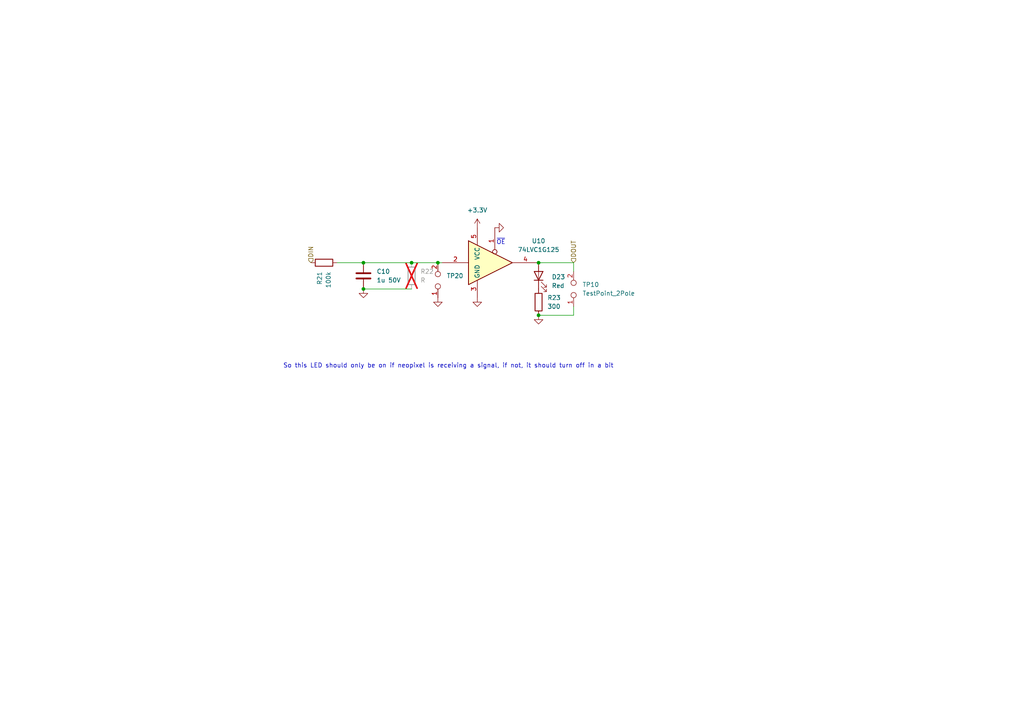
<source format=kicad_sch>
(kicad_sch (version 20231120) (generator "eeschema") (generator_version "8.0")
  (paper "A4")
  (lib_symbols
    (symbol "74xGxx:74LVC1G125"
      (property "Reference" "U" (at -10.16 7.62 0))
      (property "Value" "74LVC1G125" (at 2.54 -7.62 0))
      (symbol "74LVC1G125_0_1"
        (polyline (pts (xy -7.62 6.35) (xy -7.62 -6.35) (xy 5.08 0) (xy -7.62 6.35)) (stroke (width 0.254)) (fill (type background)))
      )
      (symbol "74LVC1G125_1_1"
        (pin input inverted (at 0 10.16 270) (length 7.62) (name "~") (number "1"))
        (pin input line (at -15.24 0 0) (length 7.62) (name "~") (number "2"))
        (pin power_in line (at -5.08 -10.16 90) (length 5.08) (name "GND") (number "3"))
        (pin tri_state line (at 12.7 0 180) (length 7.62) (name "~") (number "4"))
        (pin power_in line (at -5.08 10.16 270) (length 5.08) (name "VCC") (number "5"))
      )
    )
    (symbol "Connector:TestPoint_2Pole" (pin_names (offset 0.762) hide)
      (property "Reference" "TP" (at 0 1.524 0))
      (property "Value" "TestPoint_2Pole" (at 0 -1.778 0))
      (symbol "TestPoint_2Pole_0_1"
        (circle (center -1.778 0) (radius 0.762))
        (circle (center 1.778 0) (radius 0.762))
        (pin passive line (at -5.08 0 0) (length 2.54) (name "1") (number "1"))
        (pin passive line (at 5.08 0 180) (length 2.54) (name "2") (number "2"))
      )
    )
    (symbol "Device:C" (pin_numbers hide) (pin_names (offset 0.254))
      (property "Reference" "C" (at 0.635 2.54 0))
      (property "Value" "C" (at 0.635 -2.54 0))
      (symbol "C_0_1"
        (polyline (pts (xy -2.032 -0.762) (xy 2.032 -0.762)) (stroke (width 0.508)))
        (polyline (pts (xy -2.032 0.762) (xy 2.032 0.762)) (stroke (width 0.508)))
      )
      (symbol "C_1_1"
        (pin passive line (at 0 3.81 270) (length 2.794) (name "~") (number "1"))
        (pin passive line (at 0 -3.81 90) (length 2.794) (name "~") (number "2"))
      )
    )
    (symbol "Device:LED" (pin_numbers hide) (pin_names (offset 1.016) hide)
      (property "Reference" "D" (at 0 2.54 0))
      (property "Value" "LED" (at 0 -2.54 0))
      (symbol "LED_0_1"
        (polyline (pts (xy -1.27 -1.27) (xy -1.27 1.27)) (stroke (width 0.254)))
        (polyline (pts (xy -1.27 0) (xy 1.27 0)))
        (polyline (pts (xy 1.27 -1.27) (xy 1.27 1.27) (xy -1.27 0) (xy 1.27 -1.27)) (stroke (width 0.254)))
        (polyline (pts (xy -3.048 -0.762) (xy -4.572 -2.286) (xy -3.81 -2.286) (xy -4.572 -2.286) (xy -4.572 -1.524)))
        (polyline (pts (xy -1.778 -0.762) (xy -3.302 -2.286) (xy -2.54 -2.286) (xy -3.302 -2.286) (xy -3.302 -1.524)))
      )
      (symbol "LED_1_1"
        (pin passive line (at -3.81 0 0) (length 2.54) (name "K") (number "1"))
        (pin passive line (at 3.81 0 180) (length 2.54) (name "A") (number "2"))
      )
    )
    (symbol "Device:R" (pin_numbers hide) (pin_names (offset 0))
      (property "Reference" "R" (at 2.032 0 90))
      (property "Value" "R" (at 0 0 90))
      (symbol "R_0_1"
        (rectangle (start -1.016 -2.54) (end 1.016 2.54) (stroke (width 0.254)))
      )
      (symbol "R_1_1"
        (pin passive line (at 0 3.81 270) (length 1.27) (name "~") (number "1"))
        (pin passive line (at 0 -3.81 90) (length 1.27) (name "~") (number "2"))
      )
    )
    (symbol "power:+3.3V" (power) (pin_names (offset 0))
      (property "Value" "+3.3V" (at 0 3.556 0))
      (symbol "+3.3V_0_1"
        (polyline (pts (xy -0.762 1.27) (xy 0 2.54)))
        (polyline (pts (xy 0 0) (xy 0 2.54)))
        (polyline (pts (xy 0 2.54) (xy 0.762 1.27)))
      )
      (symbol "+3.3V_1_1"
        (pin power_in line (at 0 0 90) (length 0) hide (name "+3.3V") (number "1"))
      )
    )
    (symbol "power:GND" (power) (pin_names (offset 0))
      (property "Value" "GND" (at 0 -3.81 0))
      (symbol "GND_0_1"
        (polyline (pts (xy 0 0) (xy 0 -1.27) (xy 1.27 -1.27) (xy 0 -2.54) (xy -1.27 -1.27) (xy 0 -1.27)))
      )
      (symbol "GND_1_1"
        (pin power_in line (at 0 0 270) (length 0) hide (name "GND") (number "1"))
      )
    )
  )
  (junction (at 156.21 76.2))
  (junction (at 105.41 76.2))
  (junction (at 105.41 83.82))
  (junction (at 156.21 91.44))
  (junction (at 127 76.2))
  (junction (at 119.38 76.2))
  (wire (pts (xy 127 76.2) (xy 128.27 76.2)))
  (wire (pts (xy 105.41 76.2) (xy 119.38 76.2)))
  (wire (pts (xy 105.41 83.82) (xy 119.38 83.82)))
  (wire (pts (xy 119.38 76.2) (xy 127 76.2)))
  (wire (pts (xy 166.37 78.74) (xy 166.37 76.2)))
  (wire (pts (xy 166.37 76.2) (xy 156.21 76.2)))
  (wire (pts (xy 166.37 88.9) (xy 166.37 91.44)))
  (wire (pts (xy 166.37 91.44) (xy 156.21 91.44)))
  (wire (pts (xy 97.79 76.2) (xy 105.41 76.2)))
  (text "~{OE}" (at 145.288 70.358 0) (effects (font (size 1.27 1.27))))
  (text "So this LED should only be on if neopixel is receiving a signal, if not, it should turn off in a bit" (at 130.048 106.172 0) (effects (font (size 1.27 1.27))))
  (hierarchical_label "DOUT" (shape input) (at 166.37 76.2 90))
  (hierarchical_label "DIN" (shape input) (at 90.17 76.2 90))
  (symbol (lib_id "power:GND") (at 143.51 66.04 90) (unit 1)
    (property "Reference" "#PWR058" (effects (hide yes)))
    (property "Value" "GND" (effects (hide yes)))
    (instances (project "tester" (path "" (reference "#PWR063") (unit 1)) (path "" (reference "#PWR055") (unit 1)) (path "" (reference "#PWR058") (unit 1))))
  )
  (symbol (lib_id "Connector:TestPoint_2Pole") (at 127 81.28 90) (unit 1)
    (property "Reference" "TP18" (at 129.54 80.0099 90) (effects (justify right)))
    (property "Value" "TestPoint_2Pole" (effects (hide yes)))
    (property "Footprint" "TestPoint:TestPoint_2Pads_Pitch2.54mm_Drill0.8mm" (effects (hide yes)))
    (property "Description" "2-polar test point" (effects (hide yes)))
    (instances (project "tester" (path "" (reference "TP20") (unit 1)) (path "" (reference "TP18") (unit 1)) (path "" (reference "TP19") (unit 1))))
  )
  (symbol (lib_id "power:+3.3V") (at 138.43 66.04 0) (unit 1)
    (property "Reference" "#PWR051" (effects (hide yes)))
    (property "Value" "+3.3V" (at 138.43 60.96 0))
    (instances (project "tester" (path "" (reference "#PWR061") (unit 1)) (path "" (reference "#PWR053") (unit 1)) (path "" (reference "#PWR051") (unit 1))))
  )
  (symbol (lib_id "power:GND") (at 138.43 86.36 0) (unit 1)
    (property "Reference" "#PWR057" (effects (hide yes)))
    (property "Value" "GND" (effects (hide yes)))
    (instances (project "tester" (path "" (reference "#PWR062") (unit 1)) (path "" (reference "#PWR054") (unit 1)) (path "" (reference "#PWR057") (unit 1))))
  )
  (symbol (lib_id "74xGxx:74LVC1G125") (at 143.51 76.2 0) (unit 1)
    (property "Reference" "U9" (at 156.21 69.8814 0))
    (property "Value" "74LVC1G125" (at 156.21 72.4214 0))
    (property "Footprint" "Package_TO_SOT_SMD:SOT-23-5_HandSoldering" (effects (hide yes)))
    (property "Datasheet" "https://www.ti.com/lit/ds/symlink/sn74lvc1g125.pdf" (effects (hide yes)))
    (property "Description" "Single Buffer Gate Tri-State, Low-Voltage CMOS" (effects (hide yes)))
    (instances (project "tester" (path "" (reference "U10") (unit 1)) (path "" (reference "U8") (unit 1)) (path "" (reference "U9") (unit 1))))
  )
  (symbol (lib_id "Device:LED") (at 156.21 80.01 90) (unit 1)
    (property "Reference" "D22" (at 160.02 80.3274 90) (effects (justify right)))
    (property "Value" "Red" (at 160.02 82.8674 90) (effects (justify right)))
    (property "Footprint" "LED_SMD:LED_0603_1608Metric" (effects (hide yes)))
    (property "Description" "Light emitting diode" (effects (hide yes)))
    (instances (project "tester" (path "" (reference "D23") (unit 1)) (path "" (reference "D24") (unit 1)) (path "" (reference "D22") (unit 1))))
  )
  (symbol (lib_id "power:GND") (at 105.41 83.82 0) (unit 1)
    (property "Reference" "#PWR050" (effects (hide yes)))
    (property "Value" "GND" (effects (hide yes)))
    (instances (project "tester" (path "" (reference "#PWR060") (unit 1)) (path "" (reference "#PWR052") (unit 1)) (path "" (reference "#PWR050") (unit 1))))
  )
  (symbol (lib_id "Connector:TestPoint_2Pole") (at 166.37 83.82 90) (unit 1)
    (property "Reference" "TP9" (at 168.91 82.5499 90) (effects (justify right)))
    (property "Value" "TestPoint_2Pole" (at 168.91 85.0899 90) (effects (justify right)))
    (property "Footprint" "TestPoint:TestPoint_2Pads_Pitch2.54mm_Drill0.8mm" (effects (hide yes)))
    (property "Description" "2-polar test point" (effects (hide yes)))
    (instances (project "tester" (path "" (reference "TP10") (unit 1)) (path "" (reference "TP8") (unit 1)) (path "" (reference "TP9") (unit 1))))
  )
  (symbol (lib_id "Device:C") (at 105.41 80.01 0) (unit 1)
    (property "Reference" "C9" (at 109.22 78.7399 0) (effects (justify left)))
    (property "Value" "1u 50V" (at 109.22 81.2799 0) (effects (justify left)))
    (property "Footprint" "Capacitor_SMD:C_0805_2012Metric_Pad1.18x1.45mm_HandSolder" (effects (hide yes)))
    (property "Description" "Unpolarized capacitor" (effects (hide yes)))
    (instances (project "tester" (path "" (reference "C10") (unit 1)) (path "" (reference "C8") (unit 1)) (path "" (reference "C9") (unit 1))))
  )
  (symbol (lib_id "power:GND") (at 156.21 91.44 0) (unit 1)
    (property "Reference" "#PWR059" (effects (hide yes)))
    (property "Value" "GND" (effects (hide yes)))
    (instances (project "tester" (path "" (reference "#PWR064") (unit 1)) (path "" (reference "#PWR056") (unit 1)) (path "" (reference "#PWR059") (unit 1))))
  )
  (symbol (lib_id "power:GND") (at 127 86.36 0) (unit 1)
    (property "Reference" "#PWR0119" (effects (hide yes)))
    (property "Value" "GND" (effects (hide yes)))
    (instances (project "tester" (path "" (reference "#PWR0121") (unit 1)) (path "" (reference "#PWR0119") (unit 1)) (path "" (reference "#PWR0120") (unit 1))))
  )
  (symbol (lib_id "Device:R") (at 156.21 87.63 0) (unit 1)
    (property "Reference" "R20" (at 158.75 86.3599 0) (effects (justify left)))
    (property "Value" "300" (at 158.75 88.8999 0) (effects (justify left)))
    (property "Footprint" "Resistor_SMD:R_0603_1608Metric" (effects (hide yes)))
    (property "Description" "Resistor" (effects (hide yes)))
    (instances (project "tester" (path "" (reference "R23") (unit 1)) (path "" (reference "R16") (unit 1)) (path "" (reference "R20") (unit 1))))
  )
  (symbol (lib_id "Device:R") (at 119.38 80.01 0) (unit 1) (dnp yes)
    (property "Reference" "R19" (at 121.92 78.7399 0) (effects (justify left)))
    (property "Value" "R" (at 121.92 81.2799 0) (effects (justify left)))
    (property "Footprint" "Resistor_SMD:R_0805_2012Metric_Pad1.20x1.40mm_HandSolder" (effects (hide yes)))
    (property "Description" "Resistor" (effects (hide yes)))
    (instances (project "tester" (path "" (reference "R22") (unit 1)) (path "" (reference "R17") (unit 1)) (path "" (reference "R19") (unit 1))))
  )
  (symbol (lib_id "Device:R") (at 93.98 76.2 270) (mirror x) (unit 1)
    (property "Reference" "R18" (at 92.7099 78.74 0) (effects (justify right)))
    (property "Value" "100k" (at 95.2499 78.74 0) (effects (justify right)))
    (property "Footprint" "Resistor_SMD:R_0805_2012Metric_Pad1.20x1.40mm_HandSolder" (effects (hide yes)))
    (property "Description" "Resistor" (effects (hide yes)))
    (instances (project "tester" (path "" (reference "R21") (unit 1)) (path "" (reference "R15") (unit 1)) (path "" (reference "R18") (unit 1))))
  )
)
</source>
